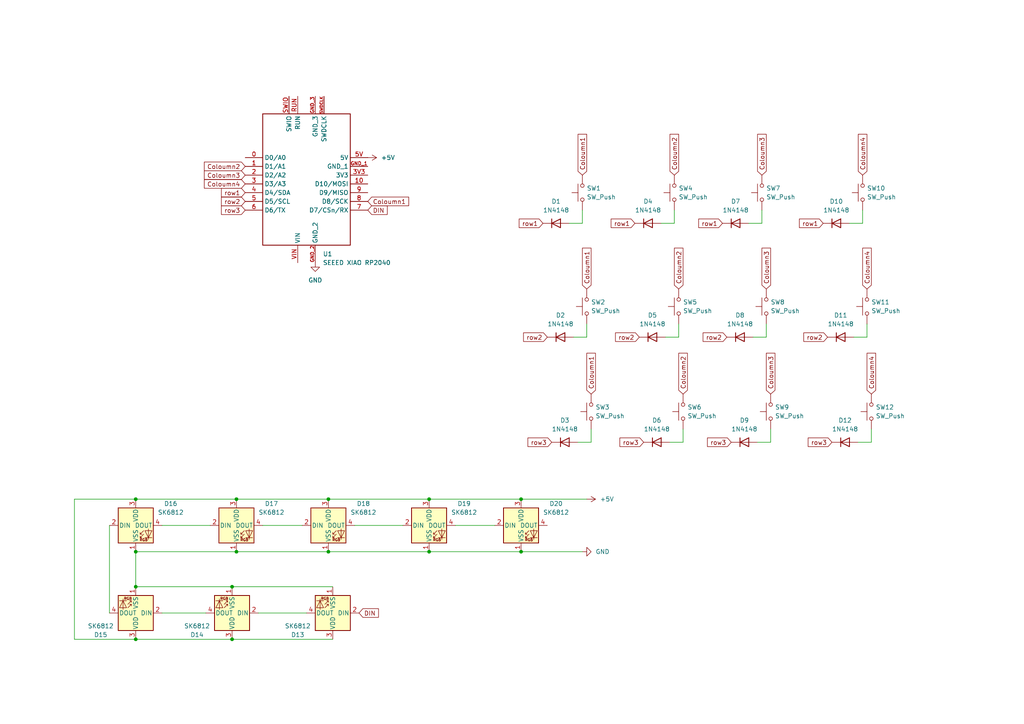
<source format=kicad_sch>
(kicad_sch (version 20231120) (generator "eeschema") (generator_version "8.0")
  (paper "A4")
  (lib_symbols
    (symbol "Diode:1N4148" (pin_numbers hide) (pin_names hide)
      (property "Reference" "D" (at 0 2.54 0))
      (property "Value" "1N4148" (at 0 -2.54 0))
      (symbol "1N4148_0_1"
        (polyline (pts (xy -1.27 1.27) (xy -1.27 -1.27)) (stroke (width 0.254)))
        (polyline (pts (xy 1.27 0) (xy -1.27 0)))
        (polyline (pts (xy 1.27 1.27) (xy 1.27 -1.27) (xy -1.27 0) (xy 1.27 1.27)) (stroke (width 0.254)))
      )
      (symbol "1N4148_1_1"
        (pin passive line (at -3.81 0 0) (length 2.54) (name "K") (number "1"))
        (pin passive line (at 3.81 0 180) (length 2.54) (name "A") (number "2"))
      )
    )
    (symbol "LED:SK6812" (pin_names (offset 0.254))
      (property "Reference" "D" (at 5.08 5.715 0))
      (property "Value" "SK6812" (at 1.27 -5.715 0))
      (symbol "SK6812_0_0"
        (text "RGB" (at 2.286 -4.191 0) (effects (font (size 0.762 0.762))))
      )
      (symbol "SK6812_0_1"
        (polyline (pts (xy 1.27 -3.556) (xy 1.778 -3.556)))
        (polyline (pts (xy 1.27 -2.54) (xy 1.778 -2.54)))
        (polyline (pts (xy 4.699 -3.556) (xy 2.667 -3.556)))
        (polyline (pts (xy 2.286 -2.54) (xy 1.27 -3.556) (xy 1.27 -3.048)))
        (polyline (pts (xy 2.286 -1.524) (xy 1.27 -2.54) (xy 1.27 -2.032)))
        (polyline (pts (xy 3.683 -1.016) (xy 3.683 -3.556) (xy 3.683 -4.064)))
        (polyline (pts (xy 4.699 -1.524) (xy 2.667 -1.524) (xy 3.683 -3.556) (xy 4.699 -1.524)))
        (rectangle (start 5.08 5.08) (end -5.08 -5.08) (stroke (width 0.254)) (fill (type background)))
      )
      (symbol "SK6812_1_1"
        (pin power_in line (at 0 -7.62 90) (length 2.54) (name "VSS") (number "1"))
        (pin input line (at -7.62 0 0) (length 2.54) (name "DIN") (number "2"))
        (pin power_in line (at 0 7.62 270) (length 2.54) (name "VDD") (number "3"))
        (pin output line (at 7.62 0 180) (length 2.54) (name "DOUT") (number "4"))
      )
    )
    (symbol "SCHLIB_SEEED-XIAO-RP2040_2025-01-31:SEEED XIAO RP2040"
      (property "Reference" "U?" (at 0 0 0))
      (property "Value" "SEEED XIAO RP2040" (at 0 0 0))
      (symbol "SEEED XIAO RP2040_0_0"
        (rectangle (start -12.7 17.78) (end 12.7 -20.32) (stroke (width 0.254)))
        (pin unspecified line (at -17.78 5.08 0) (length 5.08) (name "D0/A0") (number "0"))
        (pin unspecified line (at -17.78 2.54 0) (length 5.08) (name "D1/A1") (number "1"))
        (pin unspecified line (at 17.78 -2.54 180) (length 5.08) (name "D10/MOSI") (number "10"))
        (pin unspecified line (at -17.78 0 0) (length 5.08) (name "D2/A2") (number "2"))
        (pin unspecified line (at -17.78 -2.54 0) (length 5.08) (name "D3/A3") (number "3"))
        (pin unspecified line (at 17.78 0 180) (length 5.08) (name "3V3") (number "3V3"))
        (pin unspecified line (at -17.78 -5.08 0) (length 5.08) (name "D4/SDA") (number "4"))
        (pin unspecified line (at -17.78 -7.62 0) (length 5.08) (name "D5/SCL") (number "5"))
        (pin unspecified line (at 17.78 5.08 180) (length 5.08) (name "5V") (number "5V"))
        (pin unspecified line (at -17.78 -10.16 0) (length 5.08) (name "D6/TX") (number "6"))
        (pin unspecified line (at 17.78 -10.16 180) (length 5.08) (name "D7/CSn/RX") (number "7"))
        (pin unspecified line (at 17.78 -7.62 180) (length 5.08) (name "D8/SCK") (number "8"))
        (pin unspecified line (at 17.78 -5.08 180) (length 5.08) (name "D9/MISO") (number "9"))
        (pin unspecified line (at 17.78 2.54 180) (length 5.08) (name "GND_1") (number "GND_1"))
        (pin unspecified line (at 2.54 -25.4 90) (length 5.08) (name "GND_2") (number "GND_2"))
        (pin unspecified line (at 2.54 22.86 270) (length 5.08) (name "GND_3") (number "GND_3"))
        (pin unspecified line (at -2.54 22.86 270) (length 5.08) (name "RUN") (number "RUN"))
        (pin unspecified line (at 5.08 22.86 270) (length 5.08) (name "SWDCLK") (number "SWDCLK"))
        (pin unspecified line (at -5.08 22.86 270) (length 5.08) (name "SWIO") (number "SWIO"))
        (pin unspecified line (at -2.54 -25.4 90) (length 5.08) (name "VIN") (number "VIN"))
      )
    )
    (symbol "Switch:SW_Push" (pin_numbers hide) (pin_names (offset 1.016) hide)
      (property "Reference" "SW" (at 1.27 2.54 0))
      (property "Value" "SW_Push" (at 0 -1.524 0))
      (symbol "SW_Push_0_1"
        (circle (center -2.032 0) (radius 0.508))
        (polyline (pts (xy 0 1.27) (xy 0 3.048)))
        (polyline (pts (xy 2.54 1.27) (xy -2.54 1.27)))
        (circle (center 2.032 0) (radius 0.508))
        (pin passive line (at -5.08 0 0) (length 2.54) (name "1") (number "1"))
        (pin passive line (at 5.08 0 180) (length 2.54) (name "2") (number "2"))
      )
    )
    (symbol "power:+5V" (power) (pin_numbers hide) (pin_names (offset 0) hide)
      (property "Value" "+5V" (at 0 3.556 0))
      (symbol "+5V_0_1"
        (polyline (pts (xy -0.762 1.27) (xy 0 2.54)))
        (polyline (pts (xy 0 0) (xy 0 2.54)))
        (polyline (pts (xy 0 2.54) (xy 0.762 1.27)))
      )
      (symbol "+5V_1_1"
        (pin power_in line (at 0 0 90) (length 0) (name "~") (number "1"))
      )
    )
    (symbol "power:GND" (power) (pin_numbers hide) (pin_names (offset 0) hide)
      (property "Value" "GND" (at 0 -3.81 0))
      (symbol "GND_0_1"
        (polyline (pts (xy 0 0) (xy 0 -1.27) (xy 1.27 -1.27) (xy 0 -2.54) (xy -1.27 -1.27) (xy 0 -1.27)))
      )
      (symbol "GND_1_1"
        (pin power_in line (at 0 0 270) (length 0) (name "~") (number "1"))
      )
    )
  )
  (junction (at 39.37 144.78))
  (junction (at 68.58 144.78))
  (junction (at 67.31 185.42))
  (junction (at 39.37 160.02))
  (junction (at 39.37 185.42))
  (junction (at 68.58 160.02))
  (junction (at 39.37 170.18))
  (junction (at 151.13 160.02))
  (junction (at 67.31 170.18))
  (junction (at 95.25 160.02))
  (junction (at 124.46 160.02))
  (junction (at 124.46 144.78))
  (junction (at 95.25 144.78))
  (junction (at 151.13 144.78))
  (wire (pts (xy 246.38 64.77) (xy 250.19 64.77)))
  (wire (pts (xy 74.93 177.8) (xy 88.9 177.8)))
  (wire (pts (xy 124.46 160.02) (xy 151.13 160.02)))
  (wire (pts (xy 247.65 97.79) (xy 251.46 97.79)))
  (wire (pts (xy 21.59 144.78) (xy 21.59 185.42)))
  (wire (pts (xy 222.25 97.79) (xy 222.25 93.98)))
  (wire (pts (xy 21.59 185.42) (xy 39.37 185.42)))
  (wire (pts (xy 68.58 144.78) (xy 95.25 144.78)))
  (wire (pts (xy 195.58 64.77) (xy 195.58 60.96)))
  (wire (pts (xy 166.37 97.79) (xy 170.18 97.79)))
  (wire (pts (xy 124.46 144.78) (xy 151.13 144.78)))
  (wire (pts (xy 219.71 128.27) (xy 223.52 128.27)))
  (wire (pts (xy 223.52 128.27) (xy 223.52 124.46)))
  (wire (pts (xy 168.91 64.77) (xy 168.91 60.96)))
  (wire (pts (xy 252.73 128.27) (xy 252.73 124.46)))
  (wire (pts (xy 151.13 144.78) (xy 170.18 144.78)))
  (wire (pts (xy 31.75 152.4) (xy 31.75 177.8)))
  (wire (pts (xy 67.31 170.18) (xy 96.52 170.18)))
  (wire (pts (xy 170.18 97.79) (xy 170.18 93.98)))
  (wire (pts (xy 198.12 128.27) (xy 198.12 124.46)))
  (wire (pts (xy 39.37 144.78) (xy 68.58 144.78)))
  (wire (pts (xy 39.37 185.42) (xy 67.31 185.42)))
  (wire (pts (xy 196.85 97.79) (xy 196.85 93.98)))
  (wire (pts (xy 102.87 152.4) (xy 116.84 152.4)))
  (wire (pts (xy 248.92 128.27) (xy 252.73 128.27)))
  (wire (pts (xy 165.1 64.77) (xy 168.91 64.77)))
  (wire (pts (xy 76.2 152.4) (xy 87.63 152.4)))
  (wire (pts (xy 167.64 128.27) (xy 171.45 128.27)))
  (wire (pts (xy 132.08 152.4) (xy 143.51 152.4)))
  (wire (pts (xy 39.37 160.02) (xy 39.37 170.18)))
  (wire (pts (xy 21.59 144.78) (xy 39.37 144.78)))
  (wire (pts (xy 191.77 64.77) (xy 195.58 64.77)))
  (wire (pts (xy 39.37 160.02) (xy 68.58 160.02)))
  (wire (pts (xy 251.46 97.79) (xy 251.46 93.98)))
  (wire (pts (xy 218.44 97.79) (xy 222.25 97.79)))
  (wire (pts (xy 151.13 160.02) (xy 168.91 160.02)))
  (wire (pts (xy 95.25 144.78) (xy 124.46 144.78)))
  (wire (pts (xy 171.45 128.27) (xy 171.45 124.46)))
  (wire (pts (xy 194.31 128.27) (xy 198.12 128.27)))
  (wire (pts (xy 217.17 64.77) (xy 220.98 64.77)))
  (wire (pts (xy 46.99 177.8) (xy 59.69 177.8)))
  (wire (pts (xy 46.99 152.4) (xy 60.96 152.4)))
  (wire (pts (xy 68.58 160.02) (xy 95.25 160.02)))
  (wire (pts (xy 220.98 64.77) (xy 220.98 60.96)))
  (wire (pts (xy 250.19 64.77) (xy 250.19 60.96)))
  (wire (pts (xy 95.25 160.02) (xy 124.46 160.02)))
  (wire (pts (xy 39.37 170.18) (xy 67.31 170.18)))
  (wire (pts (xy 67.31 185.42) (xy 96.52 185.42)))
  (wire (pts (xy 193.04 97.79) (xy 196.85 97.79)))
  (global_label "row3" (shape input) (at 212.09 128.27 180) (property "Intersheetrefs" "${INTERSHEET_REFS}" (effects (hide yes))))
  (global_label "Coloumn1" (shape input) (at 106.68 58.42 0) (property "Intersheetrefs" "${INTERSHEET_REFS}" (effects (hide yes))))
  (global_label "DIN" (shape input) (at 104.14 177.8 0) (property "Intersheetrefs" "${INTERSHEET_REFS}" (effects (hide yes))))
  (global_label "Coloumn4" (shape input) (at 251.46 83.82 90) (property "Intersheetrefs" "${INTERSHEET_REFS}" (effects (hide yes))))
  (global_label "Coloumn1" (shape input) (at 168.91 50.8 90) (property "Intersheetrefs" "${INTERSHEET_REFS}" (effects (hide yes))))
  (global_label "Coloumn4" (shape input) (at 252.73 114.3 90) (property "Intersheetrefs" "${INTERSHEET_REFS}" (effects (hide yes))))
  (global_label "Coloumn2" (shape input) (at 71.12 48.26 180) (property "Intersheetrefs" "${INTERSHEET_REFS}" (effects (hide yes))))
  (global_label "Coloumn3" (shape input) (at 223.52 114.3 90) (property "Intersheetrefs" "${INTERSHEET_REFS}" (effects (hide yes))))
  (global_label "Coloumn4" (shape input) (at 71.12 53.34 180) (property "Intersheetrefs" "${INTERSHEET_REFS}" (effects (hide yes))))
  (global_label "Coloumn2" (shape input) (at 196.85 83.82 90) (property "Intersheetrefs" "${INTERSHEET_REFS}" (effects (hide yes))))
  (global_label "Coloumn1" (shape input) (at 170.18 83.82 90) (property "Intersheetrefs" "${INTERSHEET_REFS}" (effects (hide yes))))
  (global_label "row1" (shape input) (at 238.76 64.77 180) (property "Intersheetrefs" "${INTERSHEET_REFS}" (effects (hide yes))))
  (global_label "Coloumn4" (shape input) (at 250.19 50.8 90) (property "Intersheetrefs" "${INTERSHEET_REFS}" (effects (hide yes))))
  (global_label "row1" (shape input) (at 157.48 64.77 180) (property "Intersheetrefs" "${INTERSHEET_REFS}" (effects (hide yes))))
  (global_label "row2" (shape input) (at 240.03 97.79 180) (property "Intersheetrefs" "${INTERSHEET_REFS}" (effects (hide yes))))
  (global_label "DIN" (shape input) (at 106.68 60.96 0) (property "Intersheetrefs" "${INTERSHEET_REFS}" (effects (hide yes))))
  (global_label "Coloumn3" (shape input) (at 222.25 83.82 90) (property "Intersheetrefs" "${INTERSHEET_REFS}" (effects (hide yes))))
  (global_label "row1" (shape input) (at 209.55 64.77 180) (property "Intersheetrefs" "${INTERSHEET_REFS}" (effects (hide yes))))
  (global_label "Coloumn1" (shape input) (at 171.45 114.3 90) (property "Intersheetrefs" "${INTERSHEET_REFS}" (effects (hide yes))))
  (global_label "row1" (shape input) (at 184.15 64.77 180) (property "Intersheetrefs" "${INTERSHEET_REFS}" (effects (hide yes))))
  (global_label "row3" (shape input) (at 241.3 128.27 180) (property "Intersheetrefs" "${INTERSHEET_REFS}" (effects (hide yes))))
  (global_label "row3" (shape input) (at 186.69 128.27 180) (property "Intersheetrefs" "${INTERSHEET_REFS}" (effects (hide yes))))
  (global_label "Coloumn3" (shape input) (at 71.12 50.8 180) (property "Intersheetrefs" "${INTERSHEET_REFS}" (effects (hide yes))))
  (global_label "Coloumn2" (shape input) (at 198.12 114.3 90) (property "Intersheetrefs" "${INTERSHEET_REFS}" (effects (hide yes))))
  (global_label "row2" (shape input) (at 185.42 97.79 180) (property "Intersheetrefs" "${INTERSHEET_REFS}" (effects (hide yes))))
  (global_label "Coloumn2" (shape input) (at 195.58 50.8 90) (property "Intersheetrefs" "${INTERSHEET_REFS}" (effects (hide yes))))
  (global_label "row2" (shape input) (at 158.75 97.79 180) (property "Intersheetrefs" "${INTERSHEET_REFS}" (effects (hide yes))))
  (global_label "Coloumn3" (shape input) (at 220.98 50.8 90) (property "Intersheetrefs" "${INTERSHEET_REFS}" (effects (hide yes))))
  (global_label "row2" (shape input) (at 71.12 58.42 180) (property "Intersheetrefs" "${INTERSHEET_REFS}" (effects (hide yes))))
  (global_label "row1" (shape input) (at 71.12 55.88 180) (property "Intersheetrefs" "${INTERSHEET_REFS}" (effects (hide yes))))
  (global_label "row3" (shape input) (at 71.12 60.96 180) (property "Intersheetrefs" "${INTERSHEET_REFS}" (effects (hide yes))))
  (global_label "row2" (shape input) (at 210.82 97.79 180) (property "Intersheetrefs" "${INTERSHEET_REFS}" (effects (hide yes))))
  (global_label "row3" (shape input) (at 160.02 128.27 180) (property "Intersheetrefs" "${INTERSHEET_REFS}" (effects (hide yes))))
  (symbol (lib_id "Diode:1N4148") (at 214.63 97.79 0) (unit 1)
    (property "Reference" "D8" (at 214.63 91.44 0))
    (property "Value" "1N4148" (at 214.63 93.98 0))
    (property "Footprint" "Diode_THT:D_DO-35_SOD27_P7.62mm_Horizontal" (effects (hide yes)))
    (property "Datasheet" "https://assets.nexperia.com/documents/data-sheet/1N4148_1N4448.pdf" (effects (hide yes)))
    (property "Description" "100V 0.15A standard switching diode, DO-35" (effects (hide yes)))
    (property "Sim.Device" "D" (effects (hide yes)))
    (property "Sim.Pins" "1=K 2=A" (effects (hide yes)))
  )
  (symbol (lib_id "LED:SK6812") (at 95.25 152.4 0) (unit 1)
    (property "Reference" "D18" (at 105.41 146.0814 0))
    (property "Value" "SK6812" (at 105.41 148.6214 0))
    (property "Footprint" "LED_SMD:LED_SK6812_PLCC4_5.0x5.0mm_P3.2mm" (effects (hide yes)))
    (property "Datasheet" "https://cdn-shop.adafruit.com/product-files/1138/SK6812+LED+datasheet+.pdf" (effects (hide yes)))
    (property "Description" "RGB LED with integrated controller" (effects (hide yes)))
  )
  (symbol (lib_id "Switch:SW_Push") (at 195.58 55.88 90) (unit 1)
    (property "Reference" "SW4" (at 196.85 54.6099 90) (effects (justify right)))
    (property "Value" "SW_Push" (at 196.85 57.1499 90) (effects (justify right)))
    (property "Footprint" "PCM_Switch_Keyboard_Kailh:SW_Kailh_Choc_V1V2" (effects (hide yes)))
    (property "Description" "Push button switch, generic, two pins" (effects (hide yes)))
  )
  (symbol (lib_id "Switch:SW_Push") (at 196.85 88.9 90) (unit 1)
    (property "Reference" "SW5" (at 198.12 87.6299 90) (effects (justify right)))
    (property "Value" "SW_Push" (at 198.12 90.1699 90) (effects (justify right)))
    (property "Footprint" "PCM_Switch_Keyboard_Kailh:SW_Kailh_Choc_V1V2" (effects (hide yes)))
    (property "Description" "Push button switch, generic, two pins" (effects (hide yes)))
  )
  (symbol (lib_id "Diode:1N4148") (at 161.29 64.77 0) (unit 1)
    (property "Reference" "D1" (at 161.29 58.42 0))
    (property "Value" "1N4148" (at 161.29 60.96 0))
    (property "Footprint" "Diode_THT:D_DO-35_SOD27_P7.62mm_Horizontal" (effects (hide yes)))
    (property "Datasheet" "https://assets.nexperia.com/documents/data-sheet/1N4148_1N4448.pdf" (effects (hide yes)))
    (property "Description" "100V 0.15A standard switching diode, DO-35" (effects (hide yes)))
    (property "Sim.Device" "D" (effects (hide yes)))
    (property "Sim.Pins" "1=K 2=A" (effects (hide yes)))
  )
  (symbol (lib_id "Switch:SW_Push") (at 198.12 119.38 90) (unit 1)
    (property "Reference" "SW6" (at 199.39 118.1099 90) (effects (justify right)))
    (property "Value" "SW_Push" (at 199.39 120.6499 90) (effects (justify right)))
    (property "Footprint" "PCM_Switch_Keyboard_Kailh:SW_Kailh_Choc_V1V2" (effects (hide yes)))
    (property "Description" "Push button switch, generic, two pins" (effects (hide yes)))
  )
  (symbol (lib_id "LED:SK6812") (at 68.58 152.4 0) (unit 1)
    (property "Reference" "D17" (at 78.74 146.0814 0))
    (property "Value" "SK6812" (at 78.74 148.6214 0))
    (property "Footprint" "LED_SMD:LED_SK6812_PLCC4_5.0x5.0mm_P3.2mm" (effects (hide yes)))
    (property "Datasheet" "https://cdn-shop.adafruit.com/product-files/1138/SK6812+LED+datasheet+.pdf" (effects (hide yes)))
    (property "Description" "RGB LED with integrated controller" (effects (hide yes)))
  )
  (symbol (lib_id "Diode:1N4148") (at 187.96 64.77 0) (unit 1)
    (property "Reference" "D4" (at 187.96 58.42 0))
    (property "Value" "1N4148" (at 187.96 60.96 0))
    (property "Footprint" "Diode_THT:D_DO-35_SOD27_P7.62mm_Horizontal" (effects (hide yes)))
    (property "Datasheet" "https://assets.nexperia.com/documents/data-sheet/1N4148_1N4448.pdf" (effects (hide yes)))
    (property "Description" "100V 0.15A standard switching diode, DO-35" (effects (hide yes)))
    (property "Sim.Device" "D" (effects (hide yes)))
    (property "Sim.Pins" "1=K 2=A" (effects (hide yes)))
  )
  (symbol (lib_id "LED:SK6812") (at 96.52 177.8 180) (unit 1)
    (property "Reference" "D13" (at 86.36 184.1186 0))
    (property "Value" "SK6812" (at 86.36 181.5786 0))
    (property "Footprint" "LED_SMD:LED_SK6812_PLCC4_5.0x5.0mm_P3.2mm" (effects (hide yes)))
    (property "Datasheet" "https://cdn-shop.adafruit.com/product-files/1138/SK6812+LED+datasheet+.pdf" (effects (hide yes)))
    (property "Description" "RGB LED with integrated controller" (effects (hide yes)))
  )
  (symbol (lib_id "power:+5V") (at 106.68 45.72 270) (unit 1)
    (property "Reference" "#PWR02" (effects (hide yes)))
    (property "Value" "+5V" (at 110.49 45.7199 90) (effects (justify left)))
    (property "Description" "Power symbol creates a global label with name \"+5V\"" (effects (hide yes)))
  )
  (symbol (lib_id "LED:SK6812") (at 151.13 152.4 0) (unit 1)
    (property "Reference" "D20" (at 161.29 146.0814 0))
    (property "Value" "SK6812" (at 161.29 148.6214 0))
    (property "Footprint" "LED_SMD:LED_SK6812_PLCC4_5.0x5.0mm_P3.2mm" (effects (hide yes)))
    (property "Datasheet" "https://cdn-shop.adafruit.com/product-files/1138/SK6812+LED+datasheet+.pdf" (effects (hide yes)))
    (property "Description" "RGB LED with integrated controller" (effects (hide yes)))
  )
  (symbol (lib_id "LED:SK6812") (at 67.31 177.8 180) (unit 1)
    (property "Reference" "D14" (at 57.15 184.1186 0))
    (property "Value" "SK6812" (at 57.15 181.5786 0))
    (property "Footprint" "LED_SMD:LED_SK6812_PLCC4_5.0x5.0mm_P3.2mm" (effects (hide yes)))
    (property "Datasheet" "https://cdn-shop.adafruit.com/product-files/1138/SK6812+LED+datasheet+.pdf" (effects (hide yes)))
    (property "Description" "RGB LED with integrated controller" (effects (hide yes)))
  )
  (symbol (lib_id "Switch:SW_Push") (at 250.19 55.88 90) (unit 1)
    (property "Reference" "SW10" (at 251.46 54.6099 90) (effects (justify right)))
    (property "Value" "SW_Push" (at 251.46 57.1499 90) (effects (justify right)))
    (property "Footprint" "PCM_Switch_Keyboard_Kailh:SW_Kailh_Choc_V1V2" (effects (hide yes)))
    (property "Description" "Push button switch, generic, two pins" (effects (hide yes)))
  )
  (symbol (lib_id "Diode:1N4148") (at 213.36 64.77 0) (unit 1)
    (property "Reference" "D7" (at 213.36 58.42 0))
    (property "Value" "1N4148" (at 213.36 60.96 0))
    (property "Footprint" "Diode_THT:D_DO-35_SOD27_P7.62mm_Horizontal" (effects (hide yes)))
    (property "Datasheet" "https://assets.nexperia.com/documents/data-sheet/1N4148_1N4448.pdf" (effects (hide yes)))
    (property "Description" "100V 0.15A standard switching diode, DO-35" (effects (hide yes)))
    (property "Sim.Device" "D" (effects (hide yes)))
    (property "Sim.Pins" "1=K 2=A" (effects (hide yes)))
  )
  (symbol (lib_id "SCHLIB_SEEED-XIAO-RP2040_2025-01-31:SEEED XIAO RP2040") (at 88.9 50.8 0) (unit 1)
    (property "Reference" "U1" (at 93.6341 73.66 0) (effects (justify left)))
    (property "Value" "SEEED XIAO RP2040" (at 93.6341 76.2 0) (effects (justify left)))
    (property "Footprint" "j:XIAO-RP2040-DIP" (effects (hide yes)))
  )
  (symbol (lib_id "Switch:SW_Push") (at 251.46 88.9 90) (unit 1)
    (property "Reference" "SW11" (at 252.73 87.6299 90) (effects (justify right)))
    (property "Value" "SW_Push" (at 252.73 90.1699 90) (effects (justify right)))
    (property "Footprint" "PCM_Switch_Keyboard_Kailh:SW_Kailh_Choc_V1V2" (effects (hide yes)))
    (property "Description" "Push button switch, generic, two pins" (effects (hide yes)))
  )
  (symbol (lib_id "Diode:1N4148") (at 190.5 128.27 0) (unit 1)
    (property "Reference" "D6" (at 190.5 121.92 0))
    (property "Value" "1N4148" (at 190.5 124.46 0))
    (property "Footprint" "Diode_THT:D_DO-35_SOD27_P7.62mm_Horizontal" (effects (hide yes)))
    (property "Datasheet" "https://assets.nexperia.com/documents/data-sheet/1N4148_1N4448.pdf" (effects (hide yes)))
    (property "Description" "100V 0.15A standard switching diode, DO-35" (effects (hide yes)))
    (property "Sim.Device" "D" (effects (hide yes)))
    (property "Sim.Pins" "1=K 2=A" (effects (hide yes)))
  )
  (symbol (lib_id "Diode:1N4148") (at 189.23 97.79 0) (unit 1)
    (property "Reference" "D5" (at 189.23 91.44 0))
    (property "Value" "1N4148" (at 189.23 93.98 0))
    (property "Footprint" "Diode_THT:D_DO-35_SOD27_P7.62mm_Horizontal" (effects (hide yes)))
    (property "Datasheet" "https://assets.nexperia.com/documents/data-sheet/1N4148_1N4448.pdf" (effects (hide yes)))
    (property "Description" "100V 0.15A standard switching diode, DO-35" (effects (hide yes)))
    (property "Sim.Device" "D" (effects (hide yes)))
    (property "Sim.Pins" "1=K 2=A" (effects (hide yes)))
  )
  (symbol (lib_id "LED:SK6812") (at 39.37 152.4 0) (unit 1)
    (property "Reference" "D16" (at 49.53 146.0814 0))
    (property "Value" "SK6812" (at 49.53 148.6214 0))
    (property "Footprint" "LED_SMD:LED_SK6812_PLCC4_5.0x5.0mm_P3.2mm" (effects (hide yes)))
    (property "Datasheet" "https://cdn-shop.adafruit.com/product-files/1138/SK6812+LED+datasheet+.pdf" (effects (hide yes)))
    (property "Description" "RGB LED with integrated controller" (effects (hide yes)))
  )
  (symbol (lib_id "Diode:1N4148") (at 245.11 128.27 0) (unit 1)
    (property "Reference" "D12" (at 245.11 121.92 0))
    (property "Value" "1N4148" (at 245.11 124.46 0))
    (property "Footprint" "Diode_THT:D_DO-35_SOD27_P7.62mm_Horizontal" (effects (hide yes)))
    (property "Datasheet" "https://assets.nexperia.com/documents/data-sheet/1N4148_1N4448.pdf" (effects (hide yes)))
    (property "Description" "100V 0.15A standard switching diode, DO-35" (effects (hide yes)))
    (property "Sim.Device" "D" (effects (hide yes)))
    (property "Sim.Pins" "1=K 2=A" (effects (hide yes)))
  )
  (symbol (lib_id "Switch:SW_Push") (at 168.91 55.88 90) (unit 1)
    (property "Reference" "SW1" (at 170.18 54.6099 90) (effects (justify right)))
    (property "Value" "SW_Push" (at 170.18 57.1499 90) (effects (justify right)))
    (property "Footprint" "PCM_Switch_Keyboard_Kailh:SW_Kailh_Choc_V1V2" (effects (hide yes)))
    (property "Description" "Push button switch, generic, two pins" (effects (hide yes)))
  )
  (symbol (lib_id "Diode:1N4148") (at 242.57 64.77 0) (unit 1)
    (property "Reference" "D10" (at 242.57 58.42 0))
    (property "Value" "1N4148" (at 242.57 60.96 0))
    (property "Footprint" "Diode_THT:D_DO-35_SOD27_P7.62mm_Horizontal" (effects (hide yes)))
    (property "Datasheet" "https://assets.nexperia.com/documents/data-sheet/1N4148_1N4448.pdf" (effects (hide yes)))
    (property "Description" "100V 0.15A standard switching diode, DO-35" (effects (hide yes)))
    (property "Sim.Device" "D" (effects (hide yes)))
    (property "Sim.Pins" "1=K 2=A" (effects (hide yes)))
  )
  (symbol (lib_id "power:GND") (at 91.44 76.2 0) (unit 1)
    (property "Reference" "#PWR01" (effects (hide yes)))
    (property "Value" "GND" (at 91.44 81.28 0))
    (property "Description" "Power symbol creates a global label with name \"GND\" , ground" (effects (hide yes)))
  )
  (symbol (lib_id "Switch:SW_Push") (at 170.18 88.9 90) (unit 1)
    (property "Reference" "SW2" (at 171.45 87.6299 90) (effects (justify right)))
    (property "Value" "SW_Push" (at 171.45 90.1699 90) (effects (justify right)))
    (property "Footprint" "PCM_Switch_Keyboard_Kailh:SW_Kailh_Choc_V1V2" (effects (hide yes)))
    (property "Description" "Push button switch, generic, two pins" (effects (hide yes)))
  )
  (symbol (lib_id "Switch:SW_Push") (at 222.25 88.9 90) (unit 1)
    (property "Reference" "SW8" (at 223.52 87.6299 90) (effects (justify right)))
    (property "Value" "SW_Push" (at 223.52 90.1699 90) (effects (justify right)))
    (property "Footprint" "PCM_Switch_Keyboard_Kailh:SW_Kailh_Choc_V1V2" (effects (hide yes)))
    (property "Description" "Push button switch, generic, two pins" (effects (hide yes)))
  )
  (symbol (lib_id "LED:SK6812") (at 39.37 177.8 180) (unit 1)
    (property "Reference" "D15" (at 29.21 184.1186 0))
    (property "Value" "SK6812" (at 29.21 181.5786 0))
    (property "Footprint" "LED_SMD:LED_SK6812_PLCC4_5.0x5.0mm_P3.2mm" (effects (hide yes)))
    (property "Datasheet" "https://cdn-shop.adafruit.com/product-files/1138/SK6812+LED+datasheet+.pdf" (effects (hide yes)))
    (property "Description" "RGB LED with integrated controller" (effects (hide yes)))
  )
  (symbol (lib_id "LED:SK6812") (at 124.46 152.4 0) (unit 1)
    (property "Reference" "D19" (at 134.62 146.0814 0))
    (property "Value" "SK6812" (at 134.62 148.6214 0))
    (property "Footprint" "LED_SMD:LED_SK6812_PLCC4_5.0x5.0mm_P3.2mm" (effects (hide yes)))
    (property "Datasheet" "https://cdn-shop.adafruit.com/product-files/1138/SK6812+LED+datasheet+.pdf" (effects (hide yes)))
    (property "Description" "RGB LED with integrated controller" (effects (hide yes)))
  )
  (symbol (lib_id "power:GND") (at 168.91 160.02 90) (unit 1)
    (property "Reference" "#PWR04" (effects (hide yes)))
    (property "Value" "GND" (at 172.72 160.0199 90) (effects (justify right)))
    (property "Description" "Power symbol creates a global label with name \"GND\" , ground" (effects (hide yes)))
  )
  (symbol (lib_id "Diode:1N4148") (at 162.56 97.79 0) (unit 1)
    (property "Reference" "D2" (at 162.56 91.44 0))
    (property "Value" "1N4148" (at 162.56 93.98 0))
    (property "Footprint" "Diode_THT:D_DO-35_SOD27_P7.62mm_Horizontal" (effects (hide yes)))
    (property "Datasheet" "https://assets.nexperia.com/documents/data-sheet/1N4148_1N4448.pdf" (effects (hide yes)))
    (property "Description" "100V 0.15A standard switching diode, DO-35" (effects (hide yes)))
    (property "Sim.Device" "D" (effects (hide yes)))
    (property "Sim.Pins" "1=K 2=A" (effects (hide yes)))
  )
  (symbol (lib_id "power:+5V") (at 170.18 144.78 270) (unit 1)
    (property "Reference" "#PWR03" (effects (hide yes)))
    (property "Value" "+5V" (at 173.99 144.7799 90) (effects (justify left)))
    (property "Description" "Power symbol creates a global label with name \"+5V\"" (effects (hide yes)))
  )
  (symbol (lib_id "Diode:1N4148") (at 163.83 128.27 0) (unit 1)
    (property "Reference" "D3" (at 163.83 121.92 0))
    (property "Value" "1N4148" (at 163.83 124.46 0))
    (property "Footprint" "Diode_THT:D_DO-35_SOD27_P7.62mm_Horizontal" (effects (hide yes)))
    (property "Datasheet" "https://assets.nexperia.com/documents/data-sheet/1N4148_1N4448.pdf" (effects (hide yes)))
    (property "Description" "100V 0.15A standard switching diode, DO-35" (effects (hide yes)))
    (property "Sim.Device" "D" (effects (hide yes)))
    (property "Sim.Pins" "1=K 2=A" (effects (hide yes)))
  )
  (symbol (lib_id "Switch:SW_Push") (at 220.98 55.88 90) (unit 1)
    (property "Reference" "SW7" (at 222.25 54.6099 90) (effects (justify right)))
    (property "Value" "SW_Push" (at 222.25 57.1499 90) (effects (justify right)))
    (property "Footprint" "PCM_Switch_Keyboard_Kailh:SW_Kailh_Choc_V1V2" (effects (hide yes)))
    (property "Description" "Push button switch, generic, two pins" (effects (hide yes)))
  )
  (symbol (lib_id "Diode:1N4148") (at 215.9 128.27 0) (unit 1)
    (property "Reference" "D9" (at 215.9 121.92 0))
    (property "Value" "1N4148" (at 215.9 124.46 0))
    (property "Footprint" "Diode_THT:D_DO-35_SOD27_P7.62mm_Horizontal" (effects (hide yes)))
    (property "Datasheet" "https://assets.nexperia.com/documents/data-sheet/1N4148_1N4448.pdf" (effects (hide yes)))
    (property "Description" "100V 0.15A standard switching diode, DO-35" (effects (hide yes)))
    (property "Sim.Device" "D" (effects (hide yes)))
    (property "Sim.Pins" "1=K 2=A" (effects (hide yes)))
  )
  (symbol (lib_id "Switch:SW_Push") (at 223.52 119.38 90) (unit 1)
    (property "Reference" "SW9" (at 224.79 118.1099 90) (effects (justify right)))
    (property "Value" "SW_Push" (at 224.79 120.6499 90) (effects (justify right)))
    (property "Footprint" "PCM_Switch_Keyboard_Kailh:SW_Kailh_Choc_V1V2" (effects (hide yes)))
    (property "Description" "Push button switch, generic, two pins" (effects (hide yes)))
  )
  (symbol (lib_id "Switch:SW_Push") (at 252.73 119.38 90) (unit 1)
    (property "Reference" "SW12" (at 254 118.1099 90) (effects (justify right)))
    (property "Value" "SW_Push" (at 254 120.6499 90) (effects (justify right)))
    (property "Footprint" "PCM_Switch_Keyboard_Kailh:SW_Kailh_Choc_V1V2" (effects (hide yes)))
    (property "Description" "Push button switch, generic, two pins" (effects (hide yes)))
  )
  (symbol (lib_id "Diode:1N4148") (at 243.84 97.79 0) (unit 1)
    (property "Reference" "D11" (at 243.84 91.44 0))
    (property "Value" "1N4148" (at 243.84 93.98 0))
    (property "Footprint" "Diode_THT:D_DO-35_SOD27_P7.62mm_Horizontal" (effects (hide yes)))
    (property "Datasheet" "https://assets.nexperia.com/documents/data-sheet/1N4148_1N4448.pdf" (effects (hide yes)))
    (property "Description" "100V 0.15A standard switching diode, DO-35" (effects (hide yes)))
    (property "Sim.Device" "D" (effects (hide yes)))
    (property "Sim.Pins" "1=K 2=A" (effects (hide yes)))
  )
  (symbol (lib_id "Switch:SW_Push") (at 171.45 119.38 90) (unit 1)
    (property "Reference" "SW3" (at 172.72 118.1099 90) (effects (justify right)))
    (property "Value" "SW_Push" (at 172.72 120.6499 90) (effects (justify right)))
    (property "Footprint" "PCM_Switch_Keyboard_Kailh:SW_Kailh_Choc_V1V2" (effects (hide yes)))
    (property "Description" "Push button switch, generic, two pins" (effects (hide yes)))
  )
)
</source>
